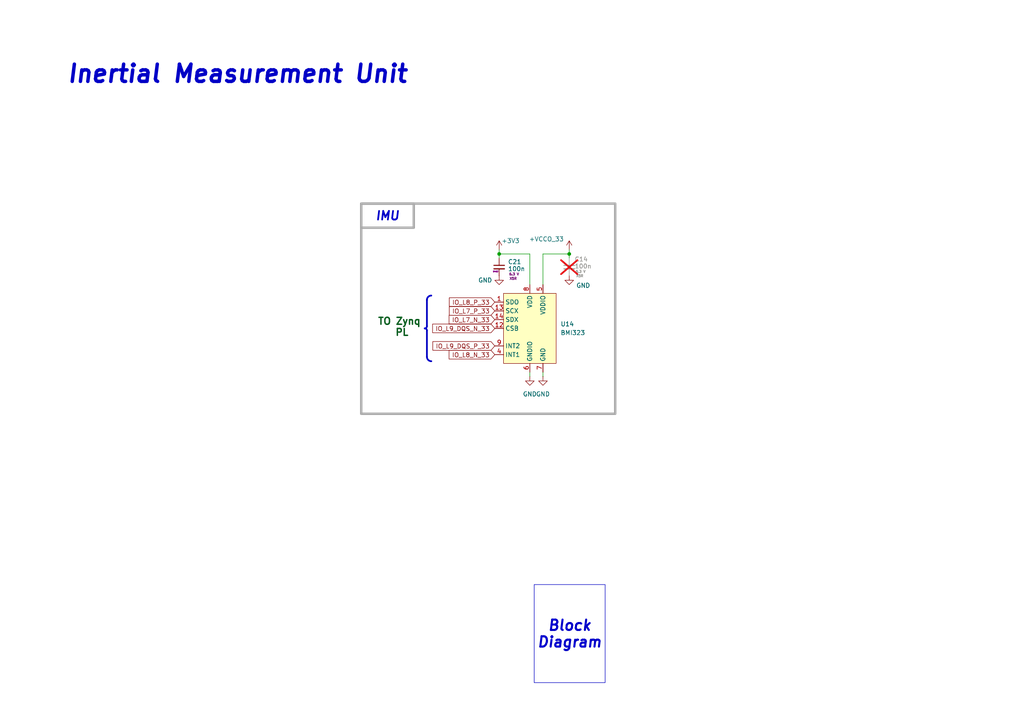
<source format=kicad_sch>
(kicad_sch (version 20231120) (generator "eeschema") (generator_version "8.0")
  (paper "A4")
  (title_block (title "IMU") (date "2024-09-22") (rev "1.0"))
  (lib_symbols
    (symbol "C_Small_1" (pin_numbers hide) (pin_names (offset 0.254) hide)
      (property "Reference" "C50" (at 1.778 2.794 0))
      (property "Value" "470n" (at 1.778 0.762 0))
      (property "Rating" "6.3 V" (at 3.302 -0.762 0))
      (property "Type" "X5R" (at 3.048 -2.032 0))
      (symbol "C_Small_1_0_1"
        (polyline (pts (xy -1.524 -0.508) (xy 1.524 -0.508)) (stroke (width 0.3302)))
        (polyline (pts (xy -1.524 0.508) (xy 1.524 0.508)) (stroke (width 0.3048)))
      )
      (symbol "C_Small_1_1_1"
        (pin passive line (at 0 2.54 270) (length 2.032) (name "~") (number "1"))
        (pin passive line (at 0 -2.54 90) (length 2.032) (name "~") (number "2"))
      )
    )
    (symbol "MyLibrary:BMI323"
      (property "Reference" "U" (at -6.35 11.43 0))
      (property "Value" "BMI323" (at -6.096 -11.684 0))
      (symbol "BMI323_1_1"
        (rectangle (start -7.62 10.16) (end 7.62 -10.16) (fill (type background)))
        (pin input line (at -10.16 7.62 0) (length 2.54) (name "SDO") (number "1"))
        (pin no_connect line (at 10.16 0 180) (length 2.54) hide (name "NC") (number "10"))
        (pin no_connect line (at 10.16 0 180) (length 2.54) hide (name "NC") (number "11"))
        (pin input line (at -10.16 0 0) (length 2.54) (name "CSB") (number "12"))
        (pin input line (at -10.16 5.08 0) (length 2.54) (name "SCX") (number "13"))
        (pin input line (at -10.16 2.54 0) (length 2.54) (name "SDX") (number "14"))
        (pin no_connect line (at 10.16 0 180) (length 2.54) hide (name "NC") (number "2"))
        (pin no_connect line (at 10.16 0 180) (length 2.54) hide (name "NC") (number "3"))
        (pin input line (at -10.16 -7.62 0) (length 2.54) (name "INT1") (number "4"))
        (pin input line (at 3.81 12.7 270) (length 2.54) (name "VDDIO") (number "5"))
        (pin input line (at 0 -12.7 90) (length 2.54) (name "GNDIO") (number "6"))
        (pin input line (at 3.81 -12.7 90) (length 2.54) (name "GND") (number "7"))
        (pin input line (at 0 12.7 270) (length 2.54) (name "VDD") (number "8"))
        (pin input line (at -10.16 -5.08 0) (length 2.54) (name "INT2") (number "9"))
      )
    )
    (symbol "power:+1V0" (power) (pin_names (offset 0))
      (property "Value" "+1V0" (at 0 3.556 0))
      (symbol "+1V0_0_1"
        (polyline (pts (xy -0.762 1.27) (xy 0 2.54)))
        (polyline (pts (xy 0 0) (xy 0 2.54)))
        (polyline (pts (xy 0 2.54) (xy 0.762 1.27)))
      )
      (symbol "+1V0_1_1"
        (pin power_in line (at 0 0 90) (length 0) hide (name "+1V0") (number "1"))
      )
    )
    (symbol "power:+1V8" (power) (pin_names (offset 0))
      (property "Value" "+1V8" (at 0 3.556 0))
      (symbol "+1V8_0_1"
        (polyline (pts (xy -0.762 1.27) (xy 0 2.54)))
        (polyline (pts (xy 0 0) (xy 0 2.54)))
        (polyline (pts (xy 0 2.54) (xy 0.762 1.27)))
      )
      (symbol "+1V8_1_1"
        (pin power_in line (at 0 0 90) (length 0) hide (name "+1V8") (number "1"))
      )
    )
    (symbol "power:GND" (power) (pin_numbers hide) (pin_names (offset 0) hide)
      (property "Value" "GND" (at 0 -3.81 0))
      (symbol "GND_0_1"
        (polyline (pts (xy 0 0) (xy 0 -1.27) (xy 1.27 -1.27) (xy 0 -2.54) (xy -1.27 -1.27) (xy 0 -1.27)))
      )
      (symbol "GND_1_1"
        (pin power_in line (at 0 0 270) (length 0) (name "~") (number "1"))
      )
    )
  )
  (junction (at 144.78 73.66))
  (junction (at 165.1 73.66))
  (wire (pts (xy 153.67 107.95) (xy 153.67 109.22)))
  (polyline (pts (xy 123.825 86.995) (xy 123.825 94.615)) (stroke (width 0.5)))
  (wire (pts (xy 153.67 73.66) (xy 153.67 82.55)))
  (wire (pts (xy 157.48 82.55) (xy 157.48 73.66)))
  (wire (pts (xy 144.78 73.66) (xy 153.67 73.66)))
  (wire (pts (xy 157.48 107.95) (xy 157.48 109.22)))
  (wire (pts (xy 165.1 73.66) (xy 165.1 72.39)))
  (wire (pts (xy 165.1 73.66) (xy 165.1 74.93)))
  (wire (pts (xy 157.48 73.66) (xy 165.1 73.66)))
  (wire (pts (xy 144.78 72.39) (xy 144.78 73.66)))
  (wire (pts (xy 144.78 73.66) (xy 144.78 74.93)))
  (polyline (pts (xy 123.825 95.885) (xy 123.825 103.509)) (stroke (width 0.5)))
  (arc (start 125.096 104.769) (mid 124.2012 104.3988) (end 123.826 103.504) (stroke (width 0.5)))
  (arc (start 123.83 94.61) (mid 123.6384 95.0526) (end 123.195 95.245) (stroke (width 0.5)))
  (arc (start 123.195 95.245) (mid 123.65 95.4265) (end 123.83 95.88) (stroke (width 0.5)))
  (arc (start 123.826 86.999) (mid 124.1954 86.1041) (end 125.091 85.729) (stroke (width 0.5)))
  (rectangle (start 104.775 59.055) (end 178.435 120.015) (stroke (width 0.7) (color 168 168 168 1)))
  (text_box "Block\nDiagram" (at 154.94 169.545 0) (size 20.574 28.448) (effects (font (size 3 3) (thickness 0.6) (bold yes) (italic yes))))
  (text_box "IMU" (at 104.775 59.055 0) (size 15.24 6.985) (stroke (width 0.7) (color 168 168 168 1)) (effects (font (size 2.5 2.5) (bold yes) (italic yes))))
  (text "Inertial Measurement Unit" (at 68.834 21.59 0) (effects (font (size 5 5) (thickness 1) (bold yes) (italic yes))))
  (text "TO Zynq \nPL" (at 116.586 94.996 0) (effects (font (size 2 2) (thickness 0.4) (bold yes))))
  (global_label "IO_L8_N_33" (shape input) (at 143.51 102.87 180) (property "Intersheetrefs" "${INTERSHEET_REFS}" (effects (hide yes))))
  (global_label "IO_L7_P_33" (shape input) (at 143.51 90.17 180) (property "Intersheetrefs" "${INTERSHEET_REFS}" (effects (hide yes))))
  (global_label "IO_L8_P_33" (shape input) (at 143.51 87.63 180) (property "Intersheetrefs" "${INTERSHEET_REFS}" (effects (hide yes))))
  (global_label "IO_L7_N_33" (shape input) (at 143.51 92.71 180) (property "Intersheetrefs" "${INTERSHEET_REFS}" (effects (hide yes))))
  (global_label "IO_L9_DQS_P_33" (shape input) (at 143.51 100.33 180) (property "Intersheetrefs" "${INTERSHEET_REFS}" (effects (hide yes))))
  (global_label "IO_L9_DQS_N_33" (shape input) (at 143.51 95.25 180) (property "Intersheetrefs" "${INTERSHEET_REFS}" (effects (hide yes))))
  (symbol (lib_name "C_Small_1") (lib_id "Device:C_Small") (at 165.1 77.47 0) (unit 1) (on_board no) (dnp yes)
    (property "Reference" "C14" (at 166.624 75.184 0) (effects (justify left)))
    (property "Value" "100n" (at 166.624 77.216 0) (effects (justify left)))
    (property "Footprint" "Capacitor_SMD:C_0402_1005Metric" (effects (hide yes)))
    (property "Description" "Unpolarized capacitor, small symbol" (effects (hide yes)))
    (property "Rating" "6.3 V" (at 168.402 78.74 0) (effects (font (size 0.7 0.7))))
    (property "Type" "X5R" (at 168.148 80.01 0) (effects (font (size 0.7 0.7))))
    (property "LCSC Part" "-" (effects (hide yes)))
  )
  (symbol (lib_id "power:GND") (at 165.1 80.01 0) (unit 1)
    (property "Reference" "#PWR0190" (effects (hide yes)))
    (property "Value" "GND" (at 169.164 82.804 0))
    (property "Description" "Power symbol creates a global label with name \"GND\" , ground" (effects (hide yes)))
  )
  (symbol (lib_id "power:+1V0") (at 165.1 72.39 0) (unit 1)
    (property "Reference" "#PWR0187" (effects (hide yes)))
    (property "Value" "+VCCO_33" (at 158.496 69.342 0))
    (property "Description" "Power symbol creates a global label with name \"+VCCO_33\"" (effects (hide yes)))
  )
  (symbol (lib_id "MyLibrary:BMI323") (at 153.67 95.25 0) (unit 1)
    (property "Reference" "U14" (at 162.56 93.9799 0) (effects (justify left)))
    (property "Value" "BMI323" (at 162.56 96.5199 0) (effects (justify left)))
    (property "Footprint" "Mylibrary:BMI323_BOS" (effects (hide yes)))
    (property "Datasheet" "https://www.bosch-sensortec.com/media/boschsensortec/downloads/datasheets/bst-bmi323-ds000.pdf" (effects (hide yes)))
    (property "LCSC Part" "C5368700" (effects (hide yes)))
  )
  (symbol (lib_id "power:GND") (at 153.67 109.22 0) (unit 1)
    (property "Reference" "#PWR0188" (effects (hide yes)))
    (property "Value" "GND" (at 153.67 114.3 0))
    (property "Description" "Power symbol creates a global label with name \"GND\" , ground" (effects (hide yes)))
  )
  (symbol (lib_id "power:+1V8") (at 144.78 72.39 0) (unit 1) (on_board no)
    (property "Reference" "#PWR0186" (effects (hide yes)))
    (property "Value" "+3V3" (at 148.082 69.85 0))
    (property "Description" "Power symbol creates a global label with name \"+1V8\"" (effects (hide yes)))
  )
  (symbol (lib_name "C_Small_1") (lib_id "Device:C_Small") (at 144.78 77.47 0) (unit 1)
    (property "Reference" "C21" (at 147.32 75.946 0) (effects (justify left)))
    (property "Value" "100n" (at 147.32 77.978 0) (effects (justify left)))
    (property "Footprint" "Capacitor_SMD:C_0402_1005Metric" (effects (hide yes)))
    (property "Description" "Unpolarized capacitor, small symbol" (effects (hide yes)))
    (property "Rating" "6.3 V" (at 149.098 79.502 0) (effects (font (size 0.7 0.7))))
    (property "Type" "X5R" (at 148.844 80.772 0) (effects (font (size 0.7 0.7))))
    (property "Package" "0402" (at 143.764 78.74 0) (effects (font (size 0.4 0.4))))
    (property "LCSC Part" "gia" (effects (hide yes)))
  )
  (symbol (lib_id "power:GND") (at 157.48 109.22 0) (unit 1)
    (property "Reference" "#PWR0189" (effects (hide yes)))
    (property "Value" "GND" (at 157.48 114.3 0))
    (property "Description" "Power symbol creates a global label with name \"GND\" , ground" (effects (hide yes)))
  )
  (symbol (lib_id "power:GND") (at 144.78 80.01 0) (unit 1)
    (property "Reference" "#PWR0191" (effects (hide yes)))
    (property "Value" "GND" (at 140.716 81.28 0))
    (property "Description" "Power symbol creates a global label with name \"GND\" , ground" (effects (hide yes)))
  )
)
</source>
